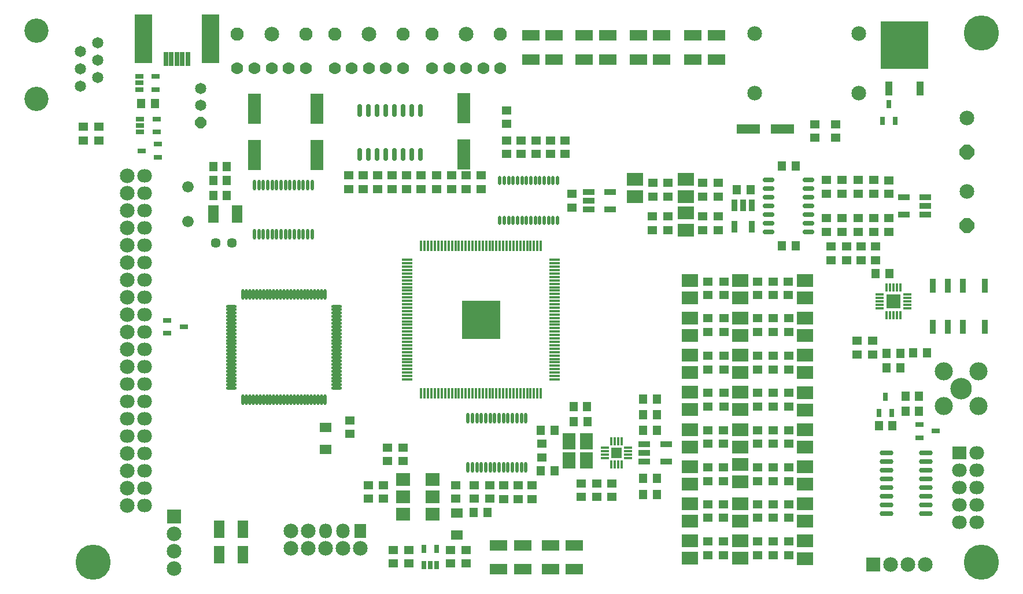
<source format=gts>
G04*
G04 #@! TF.GenerationSoftware,Altium Limited,Altium Designer,21.2.1 (34)*
G04*
G04 Layer_Color=8388736*
%FSLAX44Y44*%
%MOMM*%
G71*
G04*
G04 #@! TF.SameCoordinates,F245D831-B60A-471C-B086-0F040D8F8951*
G04*
G04*
G04 #@! TF.FilePolarity,Negative*
G04*
G01*
G75*
%ADD23R,5.5000X5.5250*%
%ADD24R,0.7500X1.1500*%
%ADD25R,1.1500X1.4000*%
%ADD26R,1.1500X0.7500*%
%ADD27O,1.5500X0.4000*%
%ADD28O,0.4000X1.5500*%
%ADD29R,1.4000X1.1500*%
%ADD30R,2.1500X1.9500*%
%ADD31R,1.2500X0.4000*%
%ADD32R,0.4000X1.2500*%
%ADD33R,2.1500X2.1500*%
%ADD34R,1.6000X1.6000*%
%ADD35R,0.4000X1.2500*%
%ADD36R,1.2500X0.4000*%
%ADD37R,2.5500X1.5500*%
%ADD38R,3.4500X1.3500*%
%ADD39R,1.1000X2.0500*%
%ADD40R,6.9500X7.0500*%
%ADD41R,2.3900X1.8500*%
%ADD42O,2.0000X0.7500*%
%ADD43O,0.7000X1.9000*%
G04:AMPARAMS|DCode=44|XSize=1.75mm|YSize=0.75mm|CornerRadius=0.375mm|HoleSize=0mm|Usage=FLASHONLY|Rotation=180.000|XOffset=0mm|YOffset=0mm|HoleType=Round|Shape=RoundedRectangle|*
%AMROUNDEDRECTD44*
21,1,1.7500,0.0000,0,0,180.0*
21,1,1.0000,0.7500,0,0,180.0*
1,1,0.7500,-0.5000,0.0000*
1,1,0.7500,0.5000,0.0000*
1,1,0.7500,0.5000,0.0000*
1,1,0.7500,-0.5000,0.0000*
%
%ADD44ROUNDEDRECTD44*%
G04:AMPARAMS|DCode=45|XSize=1.55mm|YSize=0.5mm|CornerRadius=0.25mm|HoleSize=0mm|Usage=FLASHONLY|Rotation=90.000|XOffset=0mm|YOffset=0mm|HoleType=Round|Shape=RoundedRectangle|*
%AMROUNDEDRECTD45*
21,1,1.5500,0.0000,0,0,90.0*
21,1,1.0500,0.5000,0,0,90.0*
1,1,0.5000,0.0000,0.5250*
1,1,0.5000,0.0000,-0.5250*
1,1,0.5000,0.0000,-0.5250*
1,1,0.5000,0.0000,0.5250*
%
%ADD45ROUNDEDRECTD45*%
%ADD46O,0.5000X1.3500*%
%ADD47O,0.4500X1.5500*%
%ADD48O,1.5500X0.4500*%
%ADD49R,0.6500X2.1500*%
%ADD50R,2.6500X7.1500*%
%ADD51R,0.8500X2.1500*%
%ADD52R,1.9500X4.4000*%
%ADD53R,1.8000X0.9100*%
%ADD54R,0.9100X1.8000*%
%ADD55R,1.7500X1.3500*%
%ADD56R,1.5500X2.5500*%
%ADD57R,1.8500X2.3900*%
%ADD58R,2.1500X1.9500*%
%ADD59O,2.1500X1.9500*%
%ADD60R,5.7032X5.7032*%
%ADD61C,0.8500*%
%ADD62C,1.6500*%
%ADD63C,2.1500*%
%ADD64P,2.3272X8X112.5*%
%ADD65R,1.7500X2.1500*%
%ADD66O,1.9500X2.1500*%
%ADD67O,1.8500X2.1500*%
%ADD68R,2.1500X2.1500*%
%ADD69C,3.1500*%
%ADD70C,2.6500*%
%ADD71P,1.7860X8X112.5*%
%ADD72C,1.6740*%
%ADD73C,5.1500*%
%ADD74C,1.4500*%
%ADD75C,1.7740*%
%ADD76C,1.9500*%
%ADD77C,0.6500*%
%ADD78C,3.5500*%
%ADD79C,1.3500*%
%ADD80C,1.1500*%
D23*
X677750Y-449875D02*
D03*
D24*
X1269503Y-562463D02*
D03*
X1279003Y-586464D02*
D03*
X1260003D02*
D03*
X1265500Y-158500D02*
D03*
X1284500D02*
D03*
X1275000Y-134500D02*
D03*
X593750Y-785500D02*
D03*
X612750D02*
D03*
Y-809500D02*
D03*
X603250D02*
D03*
X593750D02*
D03*
D25*
X1319043Y-584238D02*
D03*
X1299043D02*
D03*
X1280197Y-605051D02*
D03*
X1260197D02*
D03*
X1299043Y-562232D02*
D03*
X1319043D02*
D03*
X935000Y-705750D02*
D03*
X915000D02*
D03*
X915000Y-682500D02*
D03*
X935000D02*
D03*
X1255750Y-382250D02*
D03*
X1275750D02*
D03*
X1271750Y-520750D02*
D03*
X1291750D02*
D03*
X1291500Y-499250D02*
D03*
X1271500D02*
D03*
X1310750Y-498750D02*
D03*
X1330750D02*
D03*
X1118250Y-342000D02*
D03*
X1138250D02*
D03*
X1118500Y-224750D02*
D03*
X1138500D02*
D03*
X1072179Y-259579D02*
D03*
X1052179D02*
D03*
X935000Y-566000D02*
D03*
X915000D02*
D03*
X813250Y-577250D02*
D03*
X833250D02*
D03*
X833500Y-599500D02*
D03*
X813500D02*
D03*
X687000Y-732000D02*
D03*
X667000D02*
D03*
X915000Y-589000D02*
D03*
X935000D02*
D03*
X915000Y-611750D02*
D03*
X935000D02*
D03*
X785500D02*
D03*
X765500D02*
D03*
X785500Y-671500D02*
D03*
X765500D02*
D03*
X285500Y-246500D02*
D03*
X305500D02*
D03*
X285500Y-267750D02*
D03*
X305500D02*
D03*
X285500Y-225750D02*
D03*
X305500D02*
D03*
X180250Y-133250D02*
D03*
X200250D02*
D03*
D26*
X1343474Y-612989D02*
D03*
X1319474Y-622488D02*
D03*
Y-603489D02*
D03*
X205000Y-212000D02*
D03*
Y-193000D02*
D03*
X181000Y-202500D02*
D03*
X218500Y-451000D02*
D03*
Y-470000D02*
D03*
X242500Y-460500D02*
D03*
X177500Y-93750D02*
D03*
Y-103250D02*
D03*
Y-112750D02*
D03*
X201500D02*
D03*
Y-93750D02*
D03*
X178750Y-156250D02*
D03*
Y-165750D02*
D03*
Y-175250D02*
D03*
X202750D02*
D03*
Y-156250D02*
D03*
D27*
X569750Y-362321D02*
D03*
Y-367321D02*
D03*
Y-372321D02*
D03*
Y-377321D02*
D03*
Y-382321D02*
D03*
Y-387321D02*
D03*
Y-392321D02*
D03*
Y-397321D02*
D03*
Y-402321D02*
D03*
Y-407321D02*
D03*
Y-412321D02*
D03*
Y-417321D02*
D03*
Y-422321D02*
D03*
Y-427321D02*
D03*
Y-432321D02*
D03*
Y-437321D02*
D03*
Y-442321D02*
D03*
Y-447321D02*
D03*
Y-452321D02*
D03*
Y-457321D02*
D03*
Y-462321D02*
D03*
Y-467321D02*
D03*
Y-472321D02*
D03*
Y-477321D02*
D03*
Y-482321D02*
D03*
Y-487321D02*
D03*
Y-492321D02*
D03*
Y-497321D02*
D03*
Y-502321D02*
D03*
Y-507321D02*
D03*
Y-512321D02*
D03*
Y-517321D02*
D03*
Y-522321D02*
D03*
Y-527321D02*
D03*
Y-532321D02*
D03*
Y-537321D02*
D03*
X785750D02*
D03*
Y-532321D02*
D03*
Y-527321D02*
D03*
Y-522321D02*
D03*
Y-517321D02*
D03*
Y-512321D02*
D03*
Y-507321D02*
D03*
Y-502321D02*
D03*
Y-497321D02*
D03*
Y-492321D02*
D03*
Y-487321D02*
D03*
Y-482321D02*
D03*
Y-477321D02*
D03*
Y-472321D02*
D03*
Y-467321D02*
D03*
Y-462321D02*
D03*
Y-457321D02*
D03*
Y-452321D02*
D03*
Y-447321D02*
D03*
Y-442321D02*
D03*
Y-437321D02*
D03*
Y-432321D02*
D03*
Y-427321D02*
D03*
Y-422321D02*
D03*
Y-417321D02*
D03*
Y-412321D02*
D03*
Y-407321D02*
D03*
Y-402321D02*
D03*
Y-397321D02*
D03*
Y-392321D02*
D03*
Y-387321D02*
D03*
Y-382321D02*
D03*
Y-377321D02*
D03*
Y-372321D02*
D03*
Y-367321D02*
D03*
Y-362321D02*
D03*
D28*
X590250Y-557821D02*
D03*
X595250D02*
D03*
X600250D02*
D03*
X605250D02*
D03*
X610250D02*
D03*
X615250D02*
D03*
X620250D02*
D03*
X625250D02*
D03*
X630250D02*
D03*
X635250D02*
D03*
X640250D02*
D03*
X645250D02*
D03*
X650250D02*
D03*
X655250D02*
D03*
X660250D02*
D03*
X665250D02*
D03*
X670250D02*
D03*
X675250D02*
D03*
X680250D02*
D03*
X685250D02*
D03*
X690250D02*
D03*
X695250D02*
D03*
X700250D02*
D03*
X705250D02*
D03*
X710250D02*
D03*
X715250D02*
D03*
X720250D02*
D03*
X725250D02*
D03*
X730250D02*
D03*
X735250D02*
D03*
X740250D02*
D03*
X745250D02*
D03*
X750250D02*
D03*
X755250D02*
D03*
X760250D02*
D03*
X765250D02*
D03*
Y-341821D02*
D03*
X760250D02*
D03*
X755250D02*
D03*
X750250D02*
D03*
X745250D02*
D03*
X740250D02*
D03*
X735250D02*
D03*
X730250D02*
D03*
X725250D02*
D03*
X720250D02*
D03*
X715250D02*
D03*
X710250D02*
D03*
X705250D02*
D03*
X700250D02*
D03*
X695250D02*
D03*
X690250D02*
D03*
X685250D02*
D03*
X680250D02*
D03*
X675250D02*
D03*
X670250D02*
D03*
X665250D02*
D03*
X660250D02*
D03*
X655250D02*
D03*
X650250D02*
D03*
X645250D02*
D03*
X640250D02*
D03*
X635250D02*
D03*
X630250D02*
D03*
X625250D02*
D03*
X620250D02*
D03*
X615250D02*
D03*
X610250D02*
D03*
X605250D02*
D03*
X600250D02*
D03*
X595250D02*
D03*
X590250D02*
D03*
D29*
X535237Y-692000D02*
D03*
Y-712000D02*
D03*
X640750D02*
D03*
Y-692000D02*
D03*
X563423Y-657062D02*
D03*
Y-637062D02*
D03*
X540374D02*
D03*
Y-657062D02*
D03*
X1197000Y-163750D02*
D03*
Y-183750D02*
D03*
X1166250Y-163750D02*
D03*
Y-183750D02*
D03*
X800500Y-187500D02*
D03*
Y-207500D02*
D03*
X779250Y-187250D02*
D03*
Y-207250D02*
D03*
X757917Y-187250D02*
D03*
Y-207250D02*
D03*
X736583Y-187250D02*
D03*
Y-207250D02*
D03*
X715250Y-187250D02*
D03*
Y-207250D02*
D03*
X1255500Y-343000D02*
D03*
Y-363000D02*
D03*
X1234500Y-343000D02*
D03*
Y-363000D02*
D03*
X1212750Y-343000D02*
D03*
Y-363000D02*
D03*
X1190250Y-343000D02*
D03*
Y-363000D02*
D03*
X1250750Y-501000D02*
D03*
Y-481000D02*
D03*
X1228000Y-501000D02*
D03*
Y-481000D02*
D03*
X715500Y-163500D02*
D03*
Y-143500D02*
D03*
X1105500Y-394000D02*
D03*
Y-414000D02*
D03*
X1082750Y-394000D02*
D03*
Y-414000D02*
D03*
X1127500D02*
D03*
Y-394000D02*
D03*
X1033250Y-414000D02*
D03*
Y-394000D02*
D03*
X1009750Y-414000D02*
D03*
Y-394000D02*
D03*
X1183250Y-301250D02*
D03*
Y-321250D02*
D03*
X1206500D02*
D03*
Y-301250D02*
D03*
X1229750D02*
D03*
Y-321250D02*
D03*
X1253000Y-301250D02*
D03*
Y-321250D02*
D03*
X1274750Y-301250D02*
D03*
Y-321250D02*
D03*
X1253000Y-265500D02*
D03*
Y-245500D02*
D03*
X1274750Y-265750D02*
D03*
Y-245750D02*
D03*
X1229750Y-265500D02*
D03*
Y-245500D02*
D03*
X1206500D02*
D03*
Y-265500D02*
D03*
X1183250Y-245500D02*
D03*
Y-265500D02*
D03*
X1025179Y-318579D02*
D03*
Y-298579D02*
D03*
X1002429Y-318579D02*
D03*
Y-298579D02*
D03*
X929429Y-249579D02*
D03*
Y-269579D02*
D03*
X951679D02*
D03*
Y-249579D02*
D03*
Y-298579D02*
D03*
Y-318579D02*
D03*
X928929Y-298579D02*
D03*
Y-318579D02*
D03*
X1128000Y-522583D02*
D03*
Y-502583D02*
D03*
X1105500D02*
D03*
Y-522583D02*
D03*
X1082750Y-502583D02*
D03*
Y-522583D02*
D03*
X1128000Y-468000D02*
D03*
Y-448000D02*
D03*
X1105500D02*
D03*
Y-468000D02*
D03*
X1128000Y-576917D02*
D03*
Y-556917D02*
D03*
Y-631500D02*
D03*
Y-611500D02*
D03*
X1105500Y-556917D02*
D03*
Y-576917D02*
D03*
Y-611500D02*
D03*
Y-631500D02*
D03*
X1009750Y-468000D02*
D03*
Y-448000D02*
D03*
X1033500Y-468000D02*
D03*
Y-448000D02*
D03*
X1082750D02*
D03*
Y-468000D02*
D03*
X1082750Y-556917D02*
D03*
Y-576917D02*
D03*
Y-611500D02*
D03*
Y-631500D02*
D03*
X1032750D02*
D03*
Y-611500D02*
D03*
X1009750Y-631500D02*
D03*
Y-611500D02*
D03*
Y-576917D02*
D03*
Y-556917D02*
D03*
X1033250Y-576917D02*
D03*
Y-556917D02*
D03*
Y-522583D02*
D03*
Y-502583D02*
D03*
X1009750Y-522583D02*
D03*
Y-502583D02*
D03*
X1128000Y-686000D02*
D03*
Y-666000D02*
D03*
X1105500D02*
D03*
Y-686000D02*
D03*
X1082750Y-666000D02*
D03*
Y-686000D02*
D03*
X1032250D02*
D03*
Y-666000D02*
D03*
X1009750Y-686000D02*
D03*
Y-666000D02*
D03*
X1128000Y-739917D02*
D03*
Y-719917D02*
D03*
X1105500D02*
D03*
Y-739917D02*
D03*
X1082750Y-719917D02*
D03*
Y-739917D02*
D03*
X1009750D02*
D03*
Y-719917D02*
D03*
X1032250Y-739917D02*
D03*
Y-719917D02*
D03*
X1128000Y-794750D02*
D03*
Y-774750D02*
D03*
X1032250Y-794750D02*
D03*
Y-774750D02*
D03*
X1082750D02*
D03*
Y-794750D02*
D03*
X1105500Y-774750D02*
D03*
Y-794750D02*
D03*
X1009750D02*
D03*
Y-774750D02*
D03*
X824250Y-689500D02*
D03*
Y-709500D02*
D03*
X766500Y-631500D02*
D03*
Y-651500D02*
D03*
X656250Y-807000D02*
D03*
Y-787000D02*
D03*
X512947Y-712000D02*
D03*
Y-692000D02*
D03*
X632750Y-787000D02*
D03*
Y-807000D02*
D03*
X571750D02*
D03*
Y-787000D02*
D03*
X549000Y-807000D02*
D03*
Y-787000D02*
D03*
X869000Y-689500D02*
D03*
Y-709500D02*
D03*
X847250Y-689500D02*
D03*
Y-709500D02*
D03*
X752750Y-692500D02*
D03*
Y-712500D02*
D03*
X667500Y-712000D02*
D03*
Y-692000D02*
D03*
X690500D02*
D03*
Y-712000D02*
D03*
X711250Y-712500D02*
D03*
Y-692500D02*
D03*
X732250Y-712500D02*
D03*
Y-692500D02*
D03*
X118500Y-187250D02*
D03*
Y-167250D02*
D03*
X95250Y-167250D02*
D03*
Y-187250D02*
D03*
X677750Y-258500D02*
D03*
Y-238500D02*
D03*
X656000Y-258500D02*
D03*
Y-238500D02*
D03*
X634500Y-258500D02*
D03*
Y-238500D02*
D03*
X612500Y-258500D02*
D03*
Y-238500D02*
D03*
X589750Y-258500D02*
D03*
Y-238500D02*
D03*
X568688D02*
D03*
Y-258500D02*
D03*
X547625Y-238500D02*
D03*
Y-258500D02*
D03*
X526562Y-238500D02*
D03*
Y-258500D02*
D03*
X505500D02*
D03*
Y-238500D02*
D03*
X483750D02*
D03*
Y-258500D02*
D03*
X1002429Y-249579D02*
D03*
Y-269579D02*
D03*
X1025179D02*
D03*
Y-249579D02*
D03*
X811250Y-265500D02*
D03*
Y-285500D02*
D03*
X485500Y-597250D02*
D03*
Y-617250D02*
D03*
D30*
X563800Y-734895D02*
D03*
Y-709495D02*
D03*
Y-684095D02*
D03*
X607100D02*
D03*
Y-709495D02*
D03*
Y-734895D02*
D03*
D31*
X1301750Y-433000D02*
D03*
Y-428000D02*
D03*
Y-423000D02*
D03*
Y-418000D02*
D03*
Y-413000D02*
D03*
X1261250D02*
D03*
Y-418000D02*
D03*
Y-423000D02*
D03*
Y-428000D02*
D03*
Y-433000D02*
D03*
D32*
X1291500Y-402750D02*
D03*
X1286500D02*
D03*
X1281500D02*
D03*
X1276500D02*
D03*
X1271500D02*
D03*
Y-443250D02*
D03*
X1276500D02*
D03*
X1281500D02*
D03*
X1286500D02*
D03*
X1291500D02*
D03*
D33*
X1281500Y-423000D02*
D03*
X228000Y-737900D02*
D03*
D34*
X876250Y-645000D02*
D03*
D35*
X883750Y-628250D02*
D03*
X878750D02*
D03*
X873750D02*
D03*
X868750D02*
D03*
Y-661500D02*
D03*
X873750D02*
D03*
X878750D02*
D03*
X883750D02*
D03*
D36*
X859500Y-637500D02*
D03*
Y-642500D02*
D03*
Y-647500D02*
D03*
Y-652500D02*
D03*
X892750D02*
D03*
Y-647500D02*
D03*
Y-642500D02*
D03*
Y-637500D02*
D03*
D37*
X987500Y-33750D02*
D03*
Y-68750D02*
D03*
X814000Y-815000D02*
D03*
Y-780000D02*
D03*
X779750Y-815000D02*
D03*
Y-780000D02*
D03*
X738750Y-815000D02*
D03*
Y-780000D02*
D03*
X703500Y-815000D02*
D03*
Y-780000D02*
D03*
X828833Y-68750D02*
D03*
Y-33750D02*
D03*
X750583Y-68750D02*
D03*
Y-33750D02*
D03*
X942317Y-68750D02*
D03*
Y-33750D02*
D03*
X908067Y-68750D02*
D03*
Y-33750D02*
D03*
X863083Y-68750D02*
D03*
Y-33750D02*
D03*
X1022249Y-68750D02*
D03*
Y-33750D02*
D03*
X784500Y-68750D02*
D03*
Y-33750D02*
D03*
D38*
X1118750Y-171000D02*
D03*
X1069000D02*
D03*
D39*
X1274700Y-111570D02*
D03*
X1320300D02*
D03*
D40*
X1297500Y-47750D02*
D03*
D41*
X903179Y-244250D02*
D03*
Y-269750D02*
D03*
X1152000Y-418000D02*
D03*
Y-392500D02*
D03*
X1057250Y-392671D02*
D03*
Y-418171D02*
D03*
X983750Y-418000D02*
D03*
Y-392500D02*
D03*
X977679Y-269579D02*
D03*
Y-244079D02*
D03*
Y-319079D02*
D03*
Y-293579D02*
D03*
X1151929Y-636296D02*
D03*
Y-610796D02*
D03*
Y-581921D02*
D03*
Y-556421D02*
D03*
Y-527546D02*
D03*
Y-502046D02*
D03*
Y-473171D02*
D03*
Y-447671D02*
D03*
X983750Y-447500D02*
D03*
Y-473000D02*
D03*
X1057500Y-447500D02*
D03*
Y-473000D02*
D03*
Y-501875D02*
D03*
Y-527375D02*
D03*
Y-556250D02*
D03*
Y-581750D02*
D03*
Y-610625D02*
D03*
Y-636125D02*
D03*
X983750Y-501875D02*
D03*
Y-527375D02*
D03*
Y-556250D02*
D03*
Y-581750D02*
D03*
X983750Y-610625D02*
D03*
Y-636125D02*
D03*
X983750Y-665000D02*
D03*
Y-690500D02*
D03*
X1151929Y-690671D02*
D03*
Y-665171D02*
D03*
X1057500Y-662000D02*
D03*
Y-687500D02*
D03*
X1151929Y-745046D02*
D03*
Y-719546D02*
D03*
X983750Y-719375D02*
D03*
Y-744875D02*
D03*
X1057500Y-719375D02*
D03*
Y-744875D02*
D03*
X1151929Y-799421D02*
D03*
Y-773921D02*
D03*
X1057500Y-773750D02*
D03*
Y-799250D02*
D03*
X983750Y-773750D02*
D03*
Y-799250D02*
D03*
D42*
X1271250Y-645290D02*
D03*
Y-657990D02*
D03*
Y-670690D02*
D03*
Y-683390D02*
D03*
Y-696090D02*
D03*
Y-708790D02*
D03*
Y-721490D02*
D03*
Y-734190D02*
D03*
X1329250Y-645290D02*
D03*
Y-657990D02*
D03*
Y-670690D02*
D03*
Y-683390D02*
D03*
Y-696090D02*
D03*
Y-708790D02*
D03*
Y-721490D02*
D03*
Y-734190D02*
D03*
D43*
X588700Y-143250D02*
D03*
X576000D02*
D03*
X563300D02*
D03*
X550600D02*
D03*
X537900D02*
D03*
X525200D02*
D03*
X512500D02*
D03*
X499800D02*
D03*
X588700Y-207750D02*
D03*
X576000D02*
D03*
X563300D02*
D03*
X550600D02*
D03*
X537900D02*
D03*
X525200D02*
D03*
X512500D02*
D03*
X499800D02*
D03*
D44*
X1098500Y-321750D02*
D03*
Y-309050D02*
D03*
Y-296350D02*
D03*
Y-283650D02*
D03*
Y-270950D02*
D03*
Y-258250D02*
D03*
Y-245550D02*
D03*
X1157500D02*
D03*
Y-258250D02*
D03*
Y-270950D02*
D03*
Y-283650D02*
D03*
Y-296350D02*
D03*
Y-309050D02*
D03*
Y-321750D02*
D03*
D45*
X346000Y-324500D02*
D03*
X352500D02*
D03*
X359000D02*
D03*
X365500D02*
D03*
X372000D02*
D03*
X378500D02*
D03*
X385000D02*
D03*
X391500D02*
D03*
X398000D02*
D03*
X404500D02*
D03*
X411000D02*
D03*
X417500D02*
D03*
X424000D02*
D03*
X430500D02*
D03*
X346000Y-252500D02*
D03*
X352500D02*
D03*
X359000D02*
D03*
X365500D02*
D03*
X372000D02*
D03*
X378500D02*
D03*
X385000D02*
D03*
X391500D02*
D03*
X398000D02*
D03*
X404500D02*
D03*
X411000D02*
D03*
X417500D02*
D03*
X424000D02*
D03*
X430500D02*
D03*
X736750Y-593990D02*
D03*
X717250D02*
D03*
X704250D02*
D03*
X697750D02*
D03*
X671750D02*
D03*
X658750D02*
D03*
X743250D02*
D03*
X730250D02*
D03*
X723750D02*
D03*
X710750D02*
D03*
X691250D02*
D03*
X684750D02*
D03*
X678250D02*
D03*
X665250D02*
D03*
X743250Y-665990D02*
D03*
X736750D02*
D03*
X730250D02*
D03*
X723750D02*
D03*
X717250D02*
D03*
X710750D02*
D03*
X704250D02*
D03*
X697750D02*
D03*
X691250D02*
D03*
X684750D02*
D03*
X678250D02*
D03*
X671750D02*
D03*
X665250D02*
D03*
X658750D02*
D03*
D46*
X789750Y-246250D02*
D03*
X783250D02*
D03*
X776750D02*
D03*
X770250D02*
D03*
X763750D02*
D03*
X757250D02*
D03*
X750750D02*
D03*
X744250D02*
D03*
X737750D02*
D03*
X731250D02*
D03*
X724750D02*
D03*
X718250D02*
D03*
X711750D02*
D03*
X705250D02*
D03*
X789750Y-304750D02*
D03*
X783250D02*
D03*
X776750D02*
D03*
X770250D02*
D03*
X763750D02*
D03*
X757250D02*
D03*
X750750D02*
D03*
X744250D02*
D03*
X737750D02*
D03*
X731250D02*
D03*
X724750D02*
D03*
X718250D02*
D03*
X711750D02*
D03*
X705250D02*
D03*
D47*
X329250Y-413250D02*
D03*
X334250D02*
D03*
X339250D02*
D03*
X344250D02*
D03*
X349250D02*
D03*
X354250D02*
D03*
X359250D02*
D03*
X364250D02*
D03*
X369250D02*
D03*
X374250D02*
D03*
X379250D02*
D03*
X384250D02*
D03*
X389250D02*
D03*
X394250D02*
D03*
X399250D02*
D03*
X404250D02*
D03*
X409250D02*
D03*
X414250D02*
D03*
X419250D02*
D03*
X424250D02*
D03*
X429250D02*
D03*
X434250D02*
D03*
X439250D02*
D03*
X444250D02*
D03*
X449250D02*
D03*
Y-567250D02*
D03*
X444250D02*
D03*
X439250D02*
D03*
X434250D02*
D03*
X429250D02*
D03*
X424250D02*
D03*
X419250D02*
D03*
X414250D02*
D03*
X409250D02*
D03*
X404250D02*
D03*
X399250D02*
D03*
X394250D02*
D03*
X389250D02*
D03*
X384250D02*
D03*
X379250D02*
D03*
X374250D02*
D03*
X369250D02*
D03*
X364250D02*
D03*
X359250D02*
D03*
X354250D02*
D03*
X349250D02*
D03*
X344250D02*
D03*
X339250D02*
D03*
X334250D02*
D03*
X329250D02*
D03*
D48*
X466250Y-430250D02*
D03*
Y-435250D02*
D03*
Y-440250D02*
D03*
Y-445250D02*
D03*
Y-450250D02*
D03*
Y-455250D02*
D03*
Y-460250D02*
D03*
Y-465250D02*
D03*
Y-470250D02*
D03*
Y-475250D02*
D03*
Y-480250D02*
D03*
Y-485250D02*
D03*
Y-490250D02*
D03*
Y-495250D02*
D03*
Y-500250D02*
D03*
Y-505250D02*
D03*
Y-510250D02*
D03*
Y-515250D02*
D03*
Y-520250D02*
D03*
Y-525250D02*
D03*
Y-530250D02*
D03*
Y-535250D02*
D03*
Y-540250D02*
D03*
Y-545250D02*
D03*
Y-550250D02*
D03*
X312250D02*
D03*
Y-545250D02*
D03*
Y-540250D02*
D03*
Y-535250D02*
D03*
Y-530250D02*
D03*
Y-525250D02*
D03*
Y-520250D02*
D03*
Y-515250D02*
D03*
Y-510250D02*
D03*
Y-505250D02*
D03*
Y-500250D02*
D03*
Y-495250D02*
D03*
Y-490250D02*
D03*
Y-485250D02*
D03*
Y-480250D02*
D03*
Y-475250D02*
D03*
Y-470250D02*
D03*
Y-465250D02*
D03*
Y-460250D02*
D03*
Y-455250D02*
D03*
Y-450250D02*
D03*
Y-445250D02*
D03*
Y-440250D02*
D03*
Y-435250D02*
D03*
Y-430250D02*
D03*
D49*
X216250Y-68500D02*
D03*
X224250D02*
D03*
X232250D02*
D03*
X240250D02*
D03*
X248250D02*
D03*
D50*
X183250Y-38500D02*
D03*
X281250D02*
D03*
D51*
X1338750Y-460500D02*
D03*
X1360750D02*
D03*
X1383000Y-460500D02*
D03*
X1415000Y-460500D02*
D03*
Y-400500D02*
D03*
X1383000D02*
D03*
X1360750D02*
D03*
X1338750D02*
D03*
D52*
X652500Y-208250D02*
D03*
Y-140250D02*
D03*
X437250Y-208750D02*
D03*
Y-140750D02*
D03*
X346000Y-209000D02*
D03*
Y-141000D02*
D03*
D53*
X1328500Y-270250D02*
D03*
Y-282950D02*
D03*
Y-295650D02*
D03*
X1296700Y-270250D02*
D03*
Y-295650D02*
D03*
X916750Y-657750D02*
D03*
Y-645050D02*
D03*
Y-632350D02*
D03*
X948550Y-657750D02*
D03*
Y-632350D02*
D03*
X867050Y-263100D02*
D03*
Y-288500D02*
D03*
X835250Y-263100D02*
D03*
Y-275800D02*
D03*
Y-288500D02*
D03*
D54*
X1048679Y-282079D02*
D03*
X1061379D02*
D03*
X1074079D02*
D03*
X1048679Y-313879D02*
D03*
X1074079D02*
D03*
D55*
X450250Y-608000D02*
D03*
Y-640000D02*
D03*
X642750Y-765000D02*
D03*
Y-733000D02*
D03*
D56*
X329000Y-794000D02*
D03*
X294000D02*
D03*
X329000Y-756500D02*
D03*
X294000D02*
D03*
X285750Y-295250D02*
D03*
X320750D02*
D03*
D57*
X806500Y-656000D02*
D03*
X832000D02*
D03*
X806750Y-628000D02*
D03*
X832250D02*
D03*
D58*
X1377800Y-644950D02*
D03*
D59*
X1403200Y-746550D02*
D03*
Y-695750D02*
D03*
Y-721150D02*
D03*
X1377800Y-746550D02*
D03*
Y-721150D02*
D03*
X1403200Y-644950D02*
D03*
X1377800Y-670350D02*
D03*
X1403200D02*
D03*
X1377800Y-695750D02*
D03*
X185400Y-239200D02*
D03*
Y-264600D02*
D03*
Y-290100D02*
D03*
Y-315400D02*
D03*
Y-340900D02*
D03*
Y-366200D02*
D03*
Y-391600D02*
D03*
Y-417000D02*
D03*
Y-442400D02*
D03*
Y-468000D02*
D03*
X160000Y-544000D02*
D03*
Y-569400D02*
D03*
Y-594800D02*
D03*
Y-620200D02*
D03*
X185400Y-493200D02*
D03*
Y-518600D02*
D03*
Y-544000D02*
D03*
Y-569400D02*
D03*
Y-594800D02*
D03*
Y-620200D02*
D03*
Y-645600D02*
D03*
Y-671000D02*
D03*
Y-696400D02*
D03*
Y-721800D02*
D03*
D60*
X677750Y-449821D02*
D03*
D61*
X1286500Y-418000D02*
D03*
X1276500Y-428000D02*
D03*
X876250Y-645000D02*
D03*
D62*
X116400Y-44650D02*
D03*
X91000Y-57350D02*
D03*
X116400Y-70050D02*
D03*
X91000Y-82750D02*
D03*
X116400Y-95450D02*
D03*
X91000Y-108150D02*
D03*
X267370Y-136220D02*
D03*
Y-111220D02*
D03*
D63*
X1230500Y-118250D02*
D03*
Y-31250D02*
D03*
X1078000D02*
D03*
Y-118250D02*
D03*
X1389250Y-262250D02*
D03*
X399450Y-784700D02*
D03*
X450250D02*
D03*
X424850D02*
D03*
X399450Y-759300D02*
D03*
X424850D02*
D03*
X501050Y-784700D02*
D03*
X475650D02*
D03*
X1302380Y-808000D02*
D03*
X1276980D02*
D03*
X1327780D02*
D03*
X160000Y-239200D02*
D03*
Y-264600D02*
D03*
Y-290000D02*
D03*
Y-315500D02*
D03*
Y-340900D02*
D03*
Y-366300D02*
D03*
Y-391700D02*
D03*
Y-417200D02*
D03*
Y-442600D02*
D03*
Y-468000D02*
D03*
Y-493441D02*
D03*
Y-518600D02*
D03*
Y-645600D02*
D03*
Y-671000D02*
D03*
Y-696400D02*
D03*
Y-721800D02*
D03*
X1388750Y-154250D02*
D03*
X228000Y-814100D02*
D03*
Y-763300D02*
D03*
Y-788700D02*
D03*
X656000Y-32000D02*
D03*
X371000D02*
D03*
X513500D02*
D03*
D64*
X1389250Y-312250D02*
D03*
X1388750Y-204250D02*
D03*
D65*
X501050Y-759300D02*
D03*
D66*
X475650D02*
D03*
D67*
X450250D02*
D03*
D68*
X1251580Y-808000D02*
D03*
D69*
X1380250Y-551250D02*
D03*
D70*
X1405650Y-525850D02*
D03*
Y-576650D02*
D03*
X1354850D02*
D03*
Y-525850D02*
D03*
D71*
X267370Y-161220D02*
D03*
D72*
X248250Y-306250D02*
D03*
X248250Y-255751D02*
D03*
D73*
X1410000Y-30000D02*
D03*
Y-805000D02*
D03*
X110000D02*
D03*
X677750Y-449821D02*
D03*
D74*
X313000Y-337250D02*
D03*
X289250D02*
D03*
X1151429Y-666171D02*
D03*
Y-720546D02*
D03*
Y-774921D02*
D03*
X1057000Y-800250D02*
D03*
Y-774750D02*
D03*
Y-745875D02*
D03*
Y-720375D02*
D03*
Y-688500D02*
D03*
Y-663000D02*
D03*
Y-637125D02*
D03*
Y-611625D02*
D03*
X983250D02*
D03*
X984250Y-667000D02*
D03*
X983375Y-720500D02*
D03*
X983250Y-774750D02*
D03*
X1151500Y-800250D02*
D03*
X1151750Y-745750D02*
D03*
X1152250Y-692750D02*
D03*
X1152000Y-636750D02*
D03*
X984000Y-800250D02*
D03*
Y-745750D02*
D03*
X983750Y-690500D02*
D03*
X983750Y-637000D02*
D03*
D75*
X631000Y-82000D02*
D03*
X606000D02*
D03*
X681000D02*
D03*
X706000D02*
D03*
X656000D02*
D03*
X346000D02*
D03*
X321000D02*
D03*
X396000D02*
D03*
X421000D02*
D03*
X371000D02*
D03*
X488500D02*
D03*
X463500D02*
D03*
X538500D02*
D03*
X563500D02*
D03*
X513500D02*
D03*
D76*
X606000Y-32000D02*
D03*
X706000D02*
D03*
X321000D02*
D03*
X421000D02*
D03*
X463500D02*
D03*
X563500D02*
D03*
D77*
X699750Y-471821D02*
D03*
X688750D02*
D03*
X677750D02*
D03*
X666750D02*
D03*
X655750D02*
D03*
X699750Y-460821D02*
D03*
X655750D02*
D03*
X699750Y-449821D02*
D03*
X655750D02*
D03*
X699750Y-438821D02*
D03*
X655750D02*
D03*
X699750Y-427821D02*
D03*
X688750D02*
D03*
X677750D02*
D03*
X666750D02*
D03*
X655750D02*
D03*
D78*
X26900Y-126450D02*
D03*
Y-26450D02*
D03*
D79*
X983250Y-582750D02*
D03*
X1057000D02*
D03*
X1151429Y-557421D02*
D03*
X1057000Y-557250D02*
D03*
X983250D02*
D03*
X1152250Y-583000D02*
D03*
D80*
X1151750Y-392250D02*
D03*
X983958Y-503583D02*
D03*
X983250Y-474000D02*
D03*
X983750Y-449000D02*
D03*
X983250Y-419000D02*
D03*
Y-393500D02*
D03*
X1151429Y-448671D02*
D03*
Y-503046D02*
D03*
X1057000Y-528375D02*
D03*
Y-502875D02*
D03*
Y-474000D02*
D03*
Y-448500D02*
D03*
X1056750Y-419171D02*
D03*
X983250Y-528375D02*
D03*
X1152250Y-418500D02*
D03*
X1153250Y-474250D02*
D03*
X1152000Y-527750D02*
D03*
M02*

</source>
